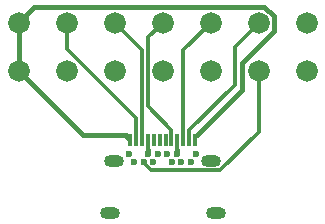
<source format=gbr>
%TF.GenerationSoftware,KiCad,Pcbnew,7.0.5*%
%TF.CreationDate,2024-03-06T11:24:05-05:00*%
%TF.ProjectId,commapogo_fem,636f6d6d-6170-46f6-976f-5f66656d2e6b,rev?*%
%TF.SameCoordinates,Original*%
%TF.FileFunction,Copper,L1,Top*%
%TF.FilePolarity,Positive*%
%FSLAX46Y46*%
G04 Gerber Fmt 4.6, Leading zero omitted, Abs format (unit mm)*
G04 Created by KiCad (PCBNEW 7.0.5) date 2024-03-06 11:24:05*
%MOMM*%
%LPD*%
G01*
G04 APERTURE LIST*
%TA.AperFunction,ComponentPad*%
%ADD10O,1.700000X1.000000*%
%TD*%
%TA.AperFunction,SMDPad,CuDef*%
%ADD11R,0.300000X1.000000*%
%TD*%
%TA.AperFunction,ComponentPad*%
%ADD12C,0.600000*%
%TD*%
%TA.AperFunction,ComponentPad*%
%ADD13C,1.828800*%
%TD*%
%TA.AperFunction,Conductor*%
%ADD14C,0.400000*%
%TD*%
%TA.AperFunction,Conductor*%
%ADD15C,0.299800*%
%TD*%
%TA.AperFunction,Conductor*%
%ADD16C,0.300000*%
%TD*%
G04 APERTURE END LIST*
D10*
%TO.P,J2,1*%
%TO.N,N/C*%
X-4125000Y-5620000D03*
%TO.P,J2,2*%
X-4485000Y-10010000D03*
%TO.P,J2,3*%
X4485000Y-10010000D03*
%TO.P,J2,4*%
X4125000Y-5620000D03*
D11*
%TO.P,J2,A1,a1*%
%TO.N,GND*%
X-2750000Y-3810000D03*
%TO.P,J2,A2,a2*%
%TO.N,/CAN0_H*%
X-2250000Y-3810000D03*
%TO.P,J2,A3,a3*%
%TO.N,/CAN0_L*%
X-1750000Y-3810000D03*
%TO.P,J2,A4,a4*%
%TO.N,+12V*%
X-1250000Y-3810000D03*
%TO.P,J2,A5,a5*%
%TO.N,unconnected-(J2-a5-PadA5)*%
X-750000Y-3810000D03*
%TO.P,J2,A6,a6*%
%TO.N,unconnected-(J2-a6-PadA6)*%
X-250000Y-3810000D03*
%TO.P,J2,A7,a7*%
%TO.N,unconnected-(J2-a7-PadA7)*%
X250000Y-3810000D03*
%TO.P,J2,A8,A8*%
%TO.N,/SBU1*%
X750000Y-3810000D03*
%TO.P,J2,A9,a9*%
%TO.N,+12V*%
X1250000Y-3810000D03*
%TO.P,J2,A10,a10*%
%TO.N,/CAN1_L*%
X1750000Y-3810000D03*
%TO.P,J2,A11,a11*%
%TO.N,/CAN1_H*%
X2250000Y-3810000D03*
%TO.P,J2,A12,a12*%
%TO.N,GND*%
X2750000Y-3810000D03*
D12*
%TO.P,J2,B1,b1*%
X2800000Y-5020000D03*
%TO.P,J2,B2,b2*%
%TO.N,/CAN2_H*%
X2400000Y-5720000D03*
%TO.P,J2,B3,b3*%
%TO.N,/CAN2_L*%
X1600000Y-5720000D03*
%TO.P,J2,B4,b4*%
%TO.N,+12V*%
X1200000Y-5020000D03*
%TO.P,J2,B5,b5*%
%TO.N,unconnected-(J2-b5-PadB5)*%
X800000Y-5720000D03*
%TO.P,J2,B6,b6*%
%TO.N,unconnected-(J2-b6-PadB6)*%
X400000Y-5020000D03*
%TO.P,J2,B7,b7*%
%TO.N,unconnected-(J2-b7-PadB7)*%
X-400000Y-5020000D03*
%TO.P,J2,B8,b8*%
%TO.N,/SBU2*%
X-800000Y-5720000D03*
%TO.P,J2,B9,b9*%
%TO.N,+12V*%
X-1200000Y-5020000D03*
%TO.P,J2,B10,b10*%
%TO.N,/CAN3_L*%
X-1600000Y-5720000D03*
%TO.P,J2,B11,b11*%
%TO.N,/CAN3_H*%
X-2400000Y-5720000D03*
%TO.P,J2,B12,b12*%
%TO.N,GND*%
X-2800000Y-5020000D03*
%TD*%
D13*
%TO.P,J1,1,Pin_1a*%
%TO.N,GND*%
X-12192000Y6096000D03*
%TO.P,J1,2,Pin_2a*%
%TO.N,/CAN0_H*%
X-8128000Y6096000D03*
%TO.P,J1,3,Pin_3a*%
%TO.N,/CAN0_L*%
X-4064000Y6096000D03*
%TO.P,J1,4,Pin_4a*%
%TO.N,/SBU1*%
X0Y6096000D03*
%TO.P,J1,5,Pin_5a*%
%TO.N,/CAN1_L*%
X4064000Y6096000D03*
%TO.P,J1,6,Pin_6a*%
%TO.N,/CAN1_H*%
X8128000Y6096000D03*
%TO.P,J1,7,Pin_7a*%
%TO.N,+12V*%
X12192000Y6096000D03*
%TO.P,J1,8,Pin_1b*%
%TO.N,GND*%
X-12192000Y2032000D03*
%TO.P,J1,9,Pin_2b*%
%TO.N,/CAN2_H*%
X-8128000Y2032000D03*
%TO.P,J1,10,Pin_3b*%
%TO.N,/CAN2_L*%
X-4064000Y2032000D03*
%TO.P,J1,11,Pin_4b*%
%TO.N,/SBU2*%
X0Y2032000D03*
%TO.P,J1,12,Pin_5b*%
%TO.N,/CAN3_H*%
X4064000Y2032000D03*
%TO.P,J1,13,Pin_6b*%
%TO.N,/CAN3_L*%
X8128000Y2032000D03*
%TO.P,J1,14,Pin_7b*%
%TO.N,+12V*%
X12192000Y2032000D03*
%TD*%
D14*
%TO.N,+12V*%
X1200000Y-5020000D02*
X1250000Y-4970000D01*
D15*
X-1250000Y-4662100D02*
X-1250000Y-3810000D01*
D14*
X-1200000Y-5020000D02*
X-1250000Y-4970000D01*
X-1250000Y-4970000D02*
X-1250000Y-4662100D01*
X1250000Y-4970000D02*
X1250000Y-4662100D01*
D15*
X1250000Y-4662100D02*
X1250000Y-3810000D01*
D16*
%TO.N,/CAN0_H*%
X-2250000Y-1991800D02*
X-2250000Y-3810000D01*
X-8128000Y6096000D02*
X-8128000Y3886200D01*
X-8128000Y3886200D02*
X-2250000Y-1991800D01*
%TO.N,/CAN0_L*%
X-4064000Y6096000D02*
X-1750000Y3782000D01*
X-1750000Y3782000D02*
X-1750000Y-3810000D01*
D14*
%TO.N,GND*%
X-12192000Y6096000D02*
X-12192000Y2032000D01*
X6699100Y405600D02*
X6699100Y2688100D01*
X9397600Y6622300D02*
X8615700Y7404200D01*
X-6727200Y-3432800D02*
X-3127200Y-3432800D01*
X9397600Y5386600D02*
X9397600Y6622300D01*
D15*
X-2897700Y-3662300D02*
X-2750000Y-3810000D01*
X2750000Y-3543500D02*
X2750000Y-3810000D01*
D14*
X-12192000Y2032000D02*
X-6727200Y-3432800D01*
X2897700Y-3395800D02*
X6699100Y405600D01*
D15*
X2897700Y-3395800D02*
X2750000Y-3543500D01*
D14*
X6699100Y2688100D02*
X9397600Y5386600D01*
X-3127200Y-3432800D02*
X-2897700Y-3662300D01*
X8615700Y7404200D02*
X-10883800Y7404200D01*
X-10883800Y7404200D02*
X-12192000Y6096000D01*
D16*
%TO.N,/SBU1*%
X750000Y-3810000D02*
X750000Y-3008100D01*
X0Y6096000D02*
X-1250200Y4845800D01*
X-1250200Y4845800D02*
X-1250200Y-1007900D01*
X-1250200Y-1007900D02*
X750000Y-3008100D01*
%TO.N,/CAN1_L*%
X1750000Y-3810000D02*
X1750000Y3782000D01*
X1750000Y3782000D02*
X4064000Y6096000D01*
%TO.N,/CAN1_H*%
X6094700Y4062700D02*
X6094700Y836600D01*
X6094700Y836600D02*
X2250000Y-3008100D01*
X2250000Y-3810000D02*
X2250000Y-3008100D01*
X8128000Y6096000D02*
X6094700Y4062700D01*
%TO.N,/CAN3_L*%
X-1600000Y-5782700D02*
X-1600000Y-5720000D01*
X4841400Y-6432700D02*
X-950000Y-6432700D01*
X8128000Y2032000D02*
X8128000Y-3146100D01*
X8128000Y-3146100D02*
X4841400Y-6432700D01*
X-950000Y-6432700D02*
X-1600000Y-5782700D01*
%TD*%
M02*

</source>
